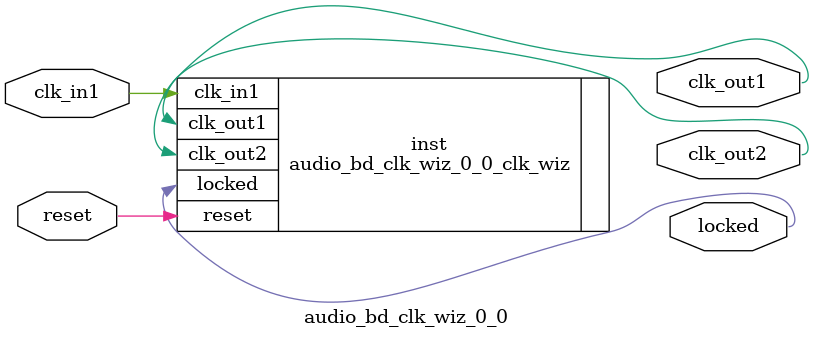
<source format=v>


`timescale 1ps/1ps

(* CORE_GENERATION_INFO = "audio_bd_clk_wiz_0_0,clk_wiz_v6_0_6_0_0,{component_name=audio_bd_clk_wiz_0_0,use_phase_alignment=true,use_min_o_jitter=false,use_max_i_jitter=false,use_dyn_phase_shift=false,use_inclk_switchover=false,use_dyn_reconfig=false,enable_axi=0,feedback_source=FDBK_AUTO,PRIMITIVE=MMCM,num_out_clk=2,clkin1_period=10.000,clkin2_period=10.000,use_power_down=false,use_reset=true,use_locked=true,use_inclk_stopped=false,feedback_type=SINGLE,CLOCK_MGR_TYPE=NA,manual_override=false}" *)

module audio_bd_clk_wiz_0_0 
 (
  // Clock out ports
  output        clk_out1,
  output        clk_out2,
  // Status and control signals
  input         reset,
  output        locked,
 // Clock in ports
  input         clk_in1
 );

  audio_bd_clk_wiz_0_0_clk_wiz inst
  (
  // Clock out ports  
  .clk_out1(clk_out1),
  .clk_out2(clk_out2),
  // Status and control signals               
  .reset(reset), 
  .locked(locked),
 // Clock in ports
  .clk_in1(clk_in1)
  );

endmodule

</source>
